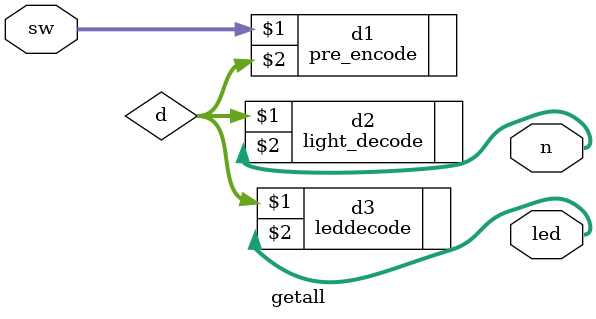
<source format=v>
`timescale 1ns / 1ps


module getall(
    input [9:0] sw,
    output [9:0] led,
    output [6:0] n
    );
    wire [3:0] d;
    pre_encode d1(sw,d);
    light_decode d2(d,n);
    leddecode d3(d,led);
endmodule

</source>
